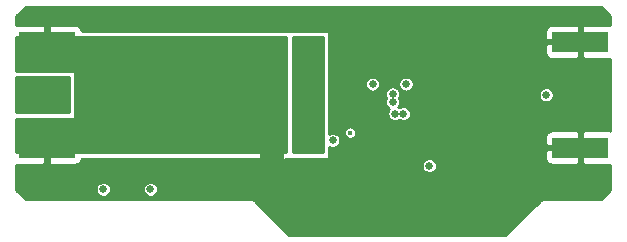
<source format=gbr>
G04 #@! TF.GenerationSoftware,KiCad,Pcbnew,(5.1.5)-3*
G04 #@! TF.CreationDate,2020-02-28T15:02:10-07:00*
G04 #@! TF.ProjectId,Straightener01,53747261-6967-4687-9465-6e657230312e,rev?*
G04 #@! TF.SameCoordinates,Original*
G04 #@! TF.FileFunction,Copper,L4,Bot*
G04 #@! TF.FilePolarity,Positive*
%FSLAX46Y46*%
G04 Gerber Fmt 4.6, Leading zero omitted, Abs format (unit mm)*
G04 Created by KiCad (PCBNEW (5.1.5)-3) date 2020-02-28 15:02:10*
%MOMM*%
%LPD*%
G04 APERTURE LIST*
%ADD10C,0.100000*%
%ADD11R,4.720000X1.670000*%
%ADD12C,0.635000*%
%ADD13C,0.406400*%
%ADD14C,2.000000*%
%ADD15C,0.600000*%
%ADD16C,0.254000*%
G04 APERTURE END LIST*
G04 #@! TA.AperFunction,SMDPad,CuDef*
D10*
G36*
X111074504Y-100001204D02*
G01*
X111098773Y-100004804D01*
X111122571Y-100010765D01*
X111145671Y-100019030D01*
X111167849Y-100029520D01*
X111188893Y-100042133D01*
X111208598Y-100056747D01*
X111226777Y-100073223D01*
X111243253Y-100091402D01*
X111257867Y-100111107D01*
X111270480Y-100132151D01*
X111280970Y-100154329D01*
X111289235Y-100177429D01*
X111295196Y-100201227D01*
X111298796Y-100225496D01*
X111300000Y-100250000D01*
X111300000Y-101350000D01*
X111298796Y-101374504D01*
X111295196Y-101398773D01*
X111289235Y-101422571D01*
X111280970Y-101445671D01*
X111270480Y-101467849D01*
X111257867Y-101488893D01*
X111243253Y-101508598D01*
X111226777Y-101526777D01*
X111208598Y-101543253D01*
X111188893Y-101557867D01*
X111167849Y-101570480D01*
X111145671Y-101580970D01*
X111122571Y-101589235D01*
X111098773Y-101595196D01*
X111074504Y-101598796D01*
X111050000Y-101600000D01*
X108550000Y-101600000D01*
X108525496Y-101598796D01*
X108501227Y-101595196D01*
X108477429Y-101589235D01*
X108454329Y-101580970D01*
X108432151Y-101570480D01*
X108411107Y-101557867D01*
X108391402Y-101543253D01*
X108373223Y-101526777D01*
X108356747Y-101508598D01*
X108342133Y-101488893D01*
X108329520Y-101467849D01*
X108319030Y-101445671D01*
X108310765Y-101422571D01*
X108304804Y-101398773D01*
X108301204Y-101374504D01*
X108300000Y-101350000D01*
X108300000Y-100250000D01*
X108301204Y-100225496D01*
X108304804Y-100201227D01*
X108310765Y-100177429D01*
X108319030Y-100154329D01*
X108329520Y-100132151D01*
X108342133Y-100111107D01*
X108356747Y-100091402D01*
X108373223Y-100073223D01*
X108391402Y-100056747D01*
X108411107Y-100042133D01*
X108432151Y-100029520D01*
X108454329Y-100019030D01*
X108477429Y-100010765D01*
X108501227Y-100004804D01*
X108525496Y-100001204D01*
X108550000Y-100000000D01*
X111050000Y-100000000D01*
X111074504Y-100001204D01*
G37*
G04 #@! TD.AperFunction*
G04 #@! TA.AperFunction,SMDPad,CuDef*
G36*
X106674504Y-100001204D02*
G01*
X106698773Y-100004804D01*
X106722571Y-100010765D01*
X106745671Y-100019030D01*
X106767849Y-100029520D01*
X106788893Y-100042133D01*
X106808598Y-100056747D01*
X106826777Y-100073223D01*
X106843253Y-100091402D01*
X106857867Y-100111107D01*
X106870480Y-100132151D01*
X106880970Y-100154329D01*
X106889235Y-100177429D01*
X106895196Y-100201227D01*
X106898796Y-100225496D01*
X106900000Y-100250000D01*
X106900000Y-101350000D01*
X106898796Y-101374504D01*
X106895196Y-101398773D01*
X106889235Y-101422571D01*
X106880970Y-101445671D01*
X106870480Y-101467849D01*
X106857867Y-101488893D01*
X106843253Y-101508598D01*
X106826777Y-101526777D01*
X106808598Y-101543253D01*
X106788893Y-101557867D01*
X106767849Y-101570480D01*
X106745671Y-101580970D01*
X106722571Y-101589235D01*
X106698773Y-101595196D01*
X106674504Y-101598796D01*
X106650000Y-101600000D01*
X104150000Y-101600000D01*
X104125496Y-101598796D01*
X104101227Y-101595196D01*
X104077429Y-101589235D01*
X104054329Y-101580970D01*
X104032151Y-101570480D01*
X104011107Y-101557867D01*
X103991402Y-101543253D01*
X103973223Y-101526777D01*
X103956747Y-101508598D01*
X103942133Y-101488893D01*
X103929520Y-101467849D01*
X103919030Y-101445671D01*
X103910765Y-101422571D01*
X103904804Y-101398773D01*
X103901204Y-101374504D01*
X103900000Y-101350000D01*
X103900000Y-100250000D01*
X103901204Y-100225496D01*
X103904804Y-100201227D01*
X103910765Y-100177429D01*
X103919030Y-100154329D01*
X103929520Y-100132151D01*
X103942133Y-100111107D01*
X103956747Y-100091402D01*
X103973223Y-100073223D01*
X103991402Y-100056747D01*
X104011107Y-100042133D01*
X104032151Y-100029520D01*
X104054329Y-100019030D01*
X104077429Y-100010765D01*
X104101227Y-100004804D01*
X104125496Y-100001204D01*
X104150000Y-100000000D01*
X106650000Y-100000000D01*
X106674504Y-100001204D01*
G37*
G04 #@! TD.AperFunction*
G04 #@! TA.AperFunction,SMDPad,CuDef*
G36*
X127474504Y-104026204D02*
G01*
X127498773Y-104029804D01*
X127522571Y-104035765D01*
X127545671Y-104044030D01*
X127567849Y-104054520D01*
X127588893Y-104067133D01*
X127608598Y-104081747D01*
X127626777Y-104098223D01*
X127643253Y-104116402D01*
X127657867Y-104136107D01*
X127670480Y-104157151D01*
X127680970Y-104179329D01*
X127689235Y-104202429D01*
X127695196Y-104226227D01*
X127698796Y-104250496D01*
X127700000Y-104275000D01*
X127700000Y-105525000D01*
X127698796Y-105549504D01*
X127695196Y-105573773D01*
X127689235Y-105597571D01*
X127680970Y-105620671D01*
X127670480Y-105642849D01*
X127657867Y-105663893D01*
X127643253Y-105683598D01*
X127626777Y-105701777D01*
X127608598Y-105718253D01*
X127588893Y-105732867D01*
X127567849Y-105745480D01*
X127545671Y-105755970D01*
X127522571Y-105764235D01*
X127498773Y-105770196D01*
X127474504Y-105773796D01*
X127450000Y-105775000D01*
X126525000Y-105775000D01*
X126500496Y-105773796D01*
X126476227Y-105770196D01*
X126452429Y-105764235D01*
X126429329Y-105755970D01*
X126407151Y-105745480D01*
X126386107Y-105732867D01*
X126366402Y-105718253D01*
X126348223Y-105701777D01*
X126331747Y-105683598D01*
X126317133Y-105663893D01*
X126304520Y-105642849D01*
X126294030Y-105620671D01*
X126285765Y-105597571D01*
X126279804Y-105573773D01*
X126276204Y-105549504D01*
X126275000Y-105525000D01*
X126275000Y-104275000D01*
X126276204Y-104250496D01*
X126279804Y-104226227D01*
X126285765Y-104202429D01*
X126294030Y-104179329D01*
X126304520Y-104157151D01*
X126317133Y-104136107D01*
X126331747Y-104116402D01*
X126348223Y-104098223D01*
X126366402Y-104081747D01*
X126386107Y-104067133D01*
X126407151Y-104054520D01*
X126429329Y-104044030D01*
X126452429Y-104035765D01*
X126476227Y-104029804D01*
X126500496Y-104026204D01*
X126525000Y-104025000D01*
X127450000Y-104025000D01*
X127474504Y-104026204D01*
G37*
G04 #@! TD.AperFunction*
G04 #@! TA.AperFunction,SMDPad,CuDef*
G36*
X124499504Y-104026204D02*
G01*
X124523773Y-104029804D01*
X124547571Y-104035765D01*
X124570671Y-104044030D01*
X124592849Y-104054520D01*
X124613893Y-104067133D01*
X124633598Y-104081747D01*
X124651777Y-104098223D01*
X124668253Y-104116402D01*
X124682867Y-104136107D01*
X124695480Y-104157151D01*
X124705970Y-104179329D01*
X124714235Y-104202429D01*
X124720196Y-104226227D01*
X124723796Y-104250496D01*
X124725000Y-104275000D01*
X124725000Y-105525000D01*
X124723796Y-105549504D01*
X124720196Y-105573773D01*
X124714235Y-105597571D01*
X124705970Y-105620671D01*
X124695480Y-105642849D01*
X124682867Y-105663893D01*
X124668253Y-105683598D01*
X124651777Y-105701777D01*
X124633598Y-105718253D01*
X124613893Y-105732867D01*
X124592849Y-105745480D01*
X124570671Y-105755970D01*
X124547571Y-105764235D01*
X124523773Y-105770196D01*
X124499504Y-105773796D01*
X124475000Y-105775000D01*
X123550000Y-105775000D01*
X123525496Y-105773796D01*
X123501227Y-105770196D01*
X123477429Y-105764235D01*
X123454329Y-105755970D01*
X123432151Y-105745480D01*
X123411107Y-105732867D01*
X123391402Y-105718253D01*
X123373223Y-105701777D01*
X123356747Y-105683598D01*
X123342133Y-105663893D01*
X123329520Y-105642849D01*
X123319030Y-105620671D01*
X123310765Y-105597571D01*
X123304804Y-105573773D01*
X123301204Y-105549504D01*
X123300000Y-105525000D01*
X123300000Y-104275000D01*
X123301204Y-104250496D01*
X123304804Y-104226227D01*
X123310765Y-104202429D01*
X123319030Y-104179329D01*
X123329520Y-104157151D01*
X123342133Y-104136107D01*
X123356747Y-104116402D01*
X123373223Y-104098223D01*
X123391402Y-104081747D01*
X123411107Y-104067133D01*
X123432151Y-104054520D01*
X123454329Y-104044030D01*
X123477429Y-104035765D01*
X123501227Y-104029804D01*
X123525496Y-104026204D01*
X123550000Y-104025000D01*
X124475000Y-104025000D01*
X124499504Y-104026204D01*
G37*
G04 #@! TD.AperFunction*
D11*
X104900000Y-105275000D03*
X104900000Y-96325000D03*
X150100000Y-105275000D03*
X150100000Y-96325000D03*
D12*
X109700000Y-108800000D03*
X103000000Y-99800000D03*
X103800000Y-99800000D03*
X103000000Y-101800000D03*
X103800000Y-101800000D03*
X127900000Y-104900000D03*
X127900000Y-102887500D03*
X127900000Y-100875000D03*
X127900000Y-98862500D03*
X127900000Y-96850000D03*
X131533000Y-108694000D03*
X134173000Y-112077000D03*
X134173000Y-109537000D03*
X132803000Y-109537000D03*
X126164000Y-112077000D03*
X130136000Y-112077000D03*
X127434000Y-112077000D03*
X128704000Y-109537000D03*
X135516000Y-109537000D03*
X128704000Y-112077000D03*
X127434000Y-108140000D03*
X131533000Y-109537000D03*
X128704000Y-110807000D03*
X130136000Y-110807000D03*
X128704000Y-108140000D03*
X130136000Y-109537000D03*
X132803000Y-112077000D03*
X127434000Y-110807000D03*
X127434000Y-109537000D03*
X126164000Y-109537000D03*
X131533000Y-110807000D03*
X126164000Y-108140000D03*
X130136000Y-108567000D03*
X132803000Y-110807000D03*
X134173000Y-110807000D03*
X131533000Y-112077000D03*
X136859000Y-109410000D03*
X143082000Y-106997000D03*
X140478500Y-108330500D03*
X138129000Y-110807000D03*
X138129000Y-109537000D03*
X141812000Y-105600000D03*
X140542000Y-112077000D03*
X126164000Y-110807000D03*
X140542000Y-110807000D03*
X143082000Y-108267000D03*
X139272000Y-110807000D03*
X143082000Y-105600000D03*
X139208500Y-108330500D03*
X141875500Y-108203500D03*
X135643000Y-112077000D03*
X143082000Y-109410000D03*
X140542000Y-109537000D03*
X135643000Y-110807000D03*
X141812000Y-104457000D03*
X141939000Y-112077000D03*
X141875500Y-106933500D03*
X141939000Y-109410000D03*
X141939000Y-110807000D03*
X133438000Y-109075000D03*
X143082000Y-110807000D03*
X140478500Y-106933500D03*
X139208500Y-106933500D03*
X143082000Y-112077000D03*
X138129000Y-108394000D03*
X136173200Y-108089200D03*
X138129000Y-112077000D03*
X138357600Y-106565200D03*
X136859000Y-108394000D03*
X139272000Y-109537000D03*
X136986000Y-110807000D03*
X136986000Y-112077000D03*
X139272000Y-112077000D03*
X132400000Y-106200000D03*
X133500000Y-106200000D03*
X133500000Y-107400000D03*
X132600000Y-102540000D03*
X133400000Y-102530000D03*
X133400000Y-104800000D03*
X132602000Y-104800000D03*
X133400000Y-103999000D03*
X132602000Y-103999000D03*
X133400000Y-103199000D03*
X132600000Y-103200000D03*
X147200000Y-100800000D03*
X134400000Y-102400000D03*
X135100000Y-102400000D03*
X134200000Y-100730000D03*
X134200000Y-101400000D03*
X137300000Y-106800000D03*
X135340000Y-99900000D03*
D13*
X130606800Y-104000000D03*
D12*
X113700000Y-108800000D03*
X129140000Y-104650000D03*
X132500000Y-99900000D03*
D14*
X124012500Y-104900000D02*
X124012500Y-106452500D01*
D15*
X104900000Y-96325000D02*
X104900000Y-94750000D01*
X104900000Y-105275000D02*
X104900000Y-106730000D01*
D16*
G36*
X152648000Y-94145803D02*
G01*
X152648000Y-94883456D01*
X152584482Y-94864188D01*
X152460000Y-94851928D01*
X150385750Y-94855000D01*
X150227000Y-95013750D01*
X150227000Y-96198000D01*
X150247000Y-96198000D01*
X150247000Y-96452000D01*
X150227000Y-96452000D01*
X150227000Y-97636250D01*
X150385750Y-97795000D01*
X152460000Y-97798072D01*
X152584482Y-97785812D01*
X152648000Y-97766544D01*
X152648001Y-103833456D01*
X152584482Y-103814188D01*
X152460000Y-103801928D01*
X150385750Y-103805000D01*
X150227000Y-103963750D01*
X150227000Y-105148000D01*
X150247000Y-105148000D01*
X150247000Y-105402000D01*
X150227000Y-105402000D01*
X150227000Y-106586250D01*
X150385750Y-106745000D01*
X152460000Y-106748072D01*
X152584482Y-106735812D01*
X152648001Y-106716544D01*
X152648001Y-108854196D01*
X151854198Y-109648000D01*
X146917289Y-109648000D01*
X146900000Y-109646297D01*
X146882711Y-109648000D01*
X146882708Y-109648000D01*
X146830996Y-109653093D01*
X146780086Y-109668536D01*
X146764643Y-109673221D01*
X146703493Y-109705907D01*
X146663325Y-109738871D01*
X146663322Y-109738874D01*
X146649894Y-109749894D01*
X146638874Y-109763322D01*
X143754198Y-112648000D01*
X125445804Y-112648000D01*
X122561135Y-109763333D01*
X122550106Y-109749894D01*
X122496507Y-109705907D01*
X122435356Y-109673221D01*
X122369004Y-109653093D01*
X122317292Y-109648000D01*
X122317289Y-109648000D01*
X122300000Y-109646297D01*
X122282711Y-109648000D01*
X103145803Y-109648000D01*
X102352000Y-108854198D01*
X102352000Y-108736522D01*
X109055500Y-108736522D01*
X109055500Y-108863478D01*
X109080268Y-108987994D01*
X109128852Y-109105285D01*
X109199385Y-109210845D01*
X109289155Y-109300615D01*
X109394715Y-109371148D01*
X109512006Y-109419732D01*
X109636522Y-109444500D01*
X109763478Y-109444500D01*
X109887994Y-109419732D01*
X110005285Y-109371148D01*
X110110845Y-109300615D01*
X110200615Y-109210845D01*
X110271148Y-109105285D01*
X110319732Y-108987994D01*
X110344500Y-108863478D01*
X110344500Y-108736522D01*
X113055500Y-108736522D01*
X113055500Y-108863478D01*
X113080268Y-108987994D01*
X113128852Y-109105285D01*
X113199385Y-109210845D01*
X113289155Y-109300615D01*
X113394715Y-109371148D01*
X113512006Y-109419732D01*
X113636522Y-109444500D01*
X113763478Y-109444500D01*
X113887994Y-109419732D01*
X114005285Y-109371148D01*
X114110845Y-109300615D01*
X114200615Y-109210845D01*
X114271148Y-109105285D01*
X114319732Y-108987994D01*
X114344500Y-108863478D01*
X114344500Y-108736522D01*
X114319732Y-108612006D01*
X114271148Y-108494715D01*
X114200615Y-108389155D01*
X114110845Y-108299385D01*
X114005285Y-108228852D01*
X113887994Y-108180268D01*
X113763478Y-108155500D01*
X113636522Y-108155500D01*
X113512006Y-108180268D01*
X113394715Y-108228852D01*
X113289155Y-108299385D01*
X113199385Y-108389155D01*
X113128852Y-108494715D01*
X113080268Y-108612006D01*
X113055500Y-108736522D01*
X110344500Y-108736522D01*
X110319732Y-108612006D01*
X110271148Y-108494715D01*
X110200615Y-108389155D01*
X110110845Y-108299385D01*
X110005285Y-108228852D01*
X109887994Y-108180268D01*
X109763478Y-108155500D01*
X109636522Y-108155500D01*
X109512006Y-108180268D01*
X109394715Y-108228852D01*
X109289155Y-108299385D01*
X109199385Y-108389155D01*
X109128852Y-108494715D01*
X109080268Y-108612006D01*
X109055500Y-108736522D01*
X102352000Y-108736522D01*
X102352000Y-106716544D01*
X102415518Y-106735812D01*
X102540000Y-106748072D01*
X104614250Y-106745000D01*
X104773000Y-106586250D01*
X104773000Y-106227000D01*
X105027000Y-106227000D01*
X105027000Y-106586250D01*
X105185750Y-106745000D01*
X107260000Y-106748072D01*
X107377273Y-106736522D01*
X136655500Y-106736522D01*
X136655500Y-106863478D01*
X136680268Y-106987994D01*
X136728852Y-107105285D01*
X136799385Y-107210845D01*
X136889155Y-107300615D01*
X136994715Y-107371148D01*
X137112006Y-107419732D01*
X137236522Y-107444500D01*
X137363478Y-107444500D01*
X137487994Y-107419732D01*
X137605285Y-107371148D01*
X137710845Y-107300615D01*
X137800615Y-107210845D01*
X137871148Y-107105285D01*
X137919732Y-106987994D01*
X137944500Y-106863478D01*
X137944500Y-106736522D01*
X137919732Y-106612006D01*
X137871148Y-106494715D01*
X137800615Y-106389155D01*
X137710845Y-106299385D01*
X137605285Y-106228852D01*
X137487994Y-106180268D01*
X137363478Y-106155500D01*
X137236522Y-106155500D01*
X137112006Y-106180268D01*
X136994715Y-106228852D01*
X136889155Y-106299385D01*
X136799385Y-106389155D01*
X136728852Y-106494715D01*
X136680268Y-106612006D01*
X136655500Y-106736522D01*
X107377273Y-106736522D01*
X107384482Y-106735812D01*
X107504180Y-106699502D01*
X107614494Y-106640537D01*
X107711185Y-106561185D01*
X107790537Y-106464494D01*
X107849502Y-106354180D01*
X107885812Y-106234482D01*
X107886549Y-106227000D01*
X122849808Y-106227000D01*
X122945506Y-106305537D01*
X123055820Y-106364502D01*
X123175518Y-106400812D01*
X123300000Y-106413072D01*
X123726750Y-106410000D01*
X123885500Y-106251250D01*
X123885500Y-106227000D01*
X124139500Y-106227000D01*
X124139500Y-106251250D01*
X124298250Y-106410000D01*
X124725000Y-106413072D01*
X124849482Y-106400812D01*
X124969180Y-106364502D01*
X125079494Y-106305537D01*
X125175192Y-106227000D01*
X128700000Y-106227000D01*
X128724776Y-106224560D01*
X128748601Y-106217333D01*
X128770557Y-106205597D01*
X128789803Y-106189803D01*
X128805597Y-106170557D01*
X128817333Y-106148601D01*
X128824560Y-106124776D01*
X128826015Y-106110000D01*
X147101928Y-106110000D01*
X147114188Y-106234482D01*
X147150498Y-106354180D01*
X147209463Y-106464494D01*
X147288815Y-106561185D01*
X147385506Y-106640537D01*
X147495820Y-106699502D01*
X147615518Y-106735812D01*
X147740000Y-106748072D01*
X149814250Y-106745000D01*
X149973000Y-106586250D01*
X149973000Y-105402000D01*
X147263750Y-105402000D01*
X147105000Y-105560750D01*
X147101928Y-106110000D01*
X128826015Y-106110000D01*
X128827000Y-106100000D01*
X128827000Y-105215993D01*
X128834715Y-105221148D01*
X128952006Y-105269732D01*
X129076522Y-105294500D01*
X129203478Y-105294500D01*
X129327994Y-105269732D01*
X129445285Y-105221148D01*
X129550845Y-105150615D01*
X129640615Y-105060845D01*
X129711148Y-104955285D01*
X129759732Y-104837994D01*
X129784500Y-104713478D01*
X129784500Y-104586522D01*
X129759732Y-104462006D01*
X129711148Y-104344715D01*
X129640615Y-104239155D01*
X129550845Y-104149385D01*
X129445285Y-104078852D01*
X129327994Y-104030268D01*
X129203478Y-104005500D01*
X129076522Y-104005500D01*
X128952006Y-104030268D01*
X128834715Y-104078852D01*
X128827000Y-104084007D01*
X128827000Y-103947780D01*
X130076600Y-103947780D01*
X130076600Y-104052220D01*
X130096976Y-104154654D01*
X130136943Y-104251144D01*
X130194967Y-104337983D01*
X130268817Y-104411833D01*
X130355656Y-104469857D01*
X130452146Y-104509824D01*
X130554580Y-104530200D01*
X130659020Y-104530200D01*
X130761454Y-104509824D01*
X130857944Y-104469857D01*
X130902628Y-104440000D01*
X147101928Y-104440000D01*
X147105000Y-104989250D01*
X147263750Y-105148000D01*
X149973000Y-105148000D01*
X149973000Y-103963750D01*
X149814250Y-103805000D01*
X147740000Y-103801928D01*
X147615518Y-103814188D01*
X147495820Y-103850498D01*
X147385506Y-103909463D01*
X147288815Y-103988815D01*
X147209463Y-104085506D01*
X147150498Y-104195820D01*
X147114188Y-104315518D01*
X147101928Y-104440000D01*
X130902628Y-104440000D01*
X130944783Y-104411833D01*
X131018633Y-104337983D01*
X131076657Y-104251144D01*
X131116624Y-104154654D01*
X131137000Y-104052220D01*
X131137000Y-103947780D01*
X131116624Y-103845346D01*
X131076657Y-103748856D01*
X131018633Y-103662017D01*
X130944783Y-103588167D01*
X130857944Y-103530143D01*
X130761454Y-103490176D01*
X130659020Y-103469800D01*
X130554580Y-103469800D01*
X130452146Y-103490176D01*
X130355656Y-103530143D01*
X130268817Y-103588167D01*
X130194967Y-103662017D01*
X130136943Y-103748856D01*
X130096976Y-103845346D01*
X130076600Y-103947780D01*
X128827000Y-103947780D01*
X128827000Y-100666522D01*
X133555500Y-100666522D01*
X133555500Y-100793478D01*
X133580268Y-100917994D01*
X133628852Y-101035285D01*
X133648707Y-101065000D01*
X133628852Y-101094715D01*
X133580268Y-101212006D01*
X133555500Y-101336522D01*
X133555500Y-101463478D01*
X133580268Y-101587994D01*
X133628852Y-101705285D01*
X133699385Y-101810845D01*
X133789155Y-101900615D01*
X133894715Y-101971148D01*
X133910750Y-101977790D01*
X133899385Y-101989155D01*
X133828852Y-102094715D01*
X133780268Y-102212006D01*
X133755500Y-102336522D01*
X133755500Y-102463478D01*
X133780268Y-102587994D01*
X133828852Y-102705285D01*
X133899385Y-102810845D01*
X133989155Y-102900615D01*
X134094715Y-102971148D01*
X134212006Y-103019732D01*
X134336522Y-103044500D01*
X134463478Y-103044500D01*
X134587994Y-103019732D01*
X134705285Y-102971148D01*
X134750000Y-102941270D01*
X134794715Y-102971148D01*
X134912006Y-103019732D01*
X135036522Y-103044500D01*
X135163478Y-103044500D01*
X135287994Y-103019732D01*
X135405285Y-102971148D01*
X135510845Y-102900615D01*
X135600615Y-102810845D01*
X135671148Y-102705285D01*
X135719732Y-102587994D01*
X135744500Y-102463478D01*
X135744500Y-102336522D01*
X135719732Y-102212006D01*
X135671148Y-102094715D01*
X135600615Y-101989155D01*
X135510845Y-101899385D01*
X135405285Y-101828852D01*
X135287994Y-101780268D01*
X135163478Y-101755500D01*
X135036522Y-101755500D01*
X134912006Y-101780268D01*
X134794715Y-101828852D01*
X134750000Y-101858730D01*
X134705285Y-101828852D01*
X134689250Y-101822210D01*
X134700615Y-101810845D01*
X134771148Y-101705285D01*
X134819732Y-101587994D01*
X134844500Y-101463478D01*
X134844500Y-101336522D01*
X134819732Y-101212006D01*
X134771148Y-101094715D01*
X134751293Y-101065000D01*
X134771148Y-101035285D01*
X134819732Y-100917994D01*
X134844500Y-100793478D01*
X134844500Y-100736522D01*
X146555500Y-100736522D01*
X146555500Y-100863478D01*
X146580268Y-100987994D01*
X146628852Y-101105285D01*
X146699385Y-101210845D01*
X146789155Y-101300615D01*
X146894715Y-101371148D01*
X147012006Y-101419732D01*
X147136522Y-101444500D01*
X147263478Y-101444500D01*
X147387994Y-101419732D01*
X147505285Y-101371148D01*
X147610845Y-101300615D01*
X147700615Y-101210845D01*
X147771148Y-101105285D01*
X147819732Y-100987994D01*
X147844500Y-100863478D01*
X147844500Y-100736522D01*
X147819732Y-100612006D01*
X147771148Y-100494715D01*
X147700615Y-100389155D01*
X147610845Y-100299385D01*
X147505285Y-100228852D01*
X147387994Y-100180268D01*
X147263478Y-100155500D01*
X147136522Y-100155500D01*
X147012006Y-100180268D01*
X146894715Y-100228852D01*
X146789155Y-100299385D01*
X146699385Y-100389155D01*
X146628852Y-100494715D01*
X146580268Y-100612006D01*
X146555500Y-100736522D01*
X134844500Y-100736522D01*
X134844500Y-100666522D01*
X134819732Y-100542006D01*
X134771148Y-100424715D01*
X134700615Y-100319155D01*
X134610845Y-100229385D01*
X134505285Y-100158852D01*
X134387994Y-100110268D01*
X134263478Y-100085500D01*
X134136522Y-100085500D01*
X134012006Y-100110268D01*
X133894715Y-100158852D01*
X133789155Y-100229385D01*
X133699385Y-100319155D01*
X133628852Y-100424715D01*
X133580268Y-100542006D01*
X133555500Y-100666522D01*
X128827000Y-100666522D01*
X128827000Y-99836522D01*
X131855500Y-99836522D01*
X131855500Y-99963478D01*
X131880268Y-100087994D01*
X131928852Y-100205285D01*
X131999385Y-100310845D01*
X132089155Y-100400615D01*
X132194715Y-100471148D01*
X132312006Y-100519732D01*
X132436522Y-100544500D01*
X132563478Y-100544500D01*
X132687994Y-100519732D01*
X132805285Y-100471148D01*
X132910845Y-100400615D01*
X133000615Y-100310845D01*
X133071148Y-100205285D01*
X133119732Y-100087994D01*
X133144500Y-99963478D01*
X133144500Y-99836522D01*
X134695500Y-99836522D01*
X134695500Y-99963478D01*
X134720268Y-100087994D01*
X134768852Y-100205285D01*
X134839385Y-100310845D01*
X134929155Y-100400615D01*
X135034715Y-100471148D01*
X135152006Y-100519732D01*
X135276522Y-100544500D01*
X135403478Y-100544500D01*
X135527994Y-100519732D01*
X135645285Y-100471148D01*
X135750845Y-100400615D01*
X135840615Y-100310845D01*
X135911148Y-100205285D01*
X135959732Y-100087994D01*
X135984500Y-99963478D01*
X135984500Y-99836522D01*
X135959732Y-99712006D01*
X135911148Y-99594715D01*
X135840615Y-99489155D01*
X135750845Y-99399385D01*
X135645285Y-99328852D01*
X135527994Y-99280268D01*
X135403478Y-99255500D01*
X135276522Y-99255500D01*
X135152006Y-99280268D01*
X135034715Y-99328852D01*
X134929155Y-99399385D01*
X134839385Y-99489155D01*
X134768852Y-99594715D01*
X134720268Y-99712006D01*
X134695500Y-99836522D01*
X133144500Y-99836522D01*
X133119732Y-99712006D01*
X133071148Y-99594715D01*
X133000615Y-99489155D01*
X132910845Y-99399385D01*
X132805285Y-99328852D01*
X132687994Y-99280268D01*
X132563478Y-99255500D01*
X132436522Y-99255500D01*
X132312006Y-99280268D01*
X132194715Y-99328852D01*
X132089155Y-99399385D01*
X131999385Y-99489155D01*
X131928852Y-99594715D01*
X131880268Y-99712006D01*
X131855500Y-99836522D01*
X128827000Y-99836522D01*
X128827000Y-97160000D01*
X147101928Y-97160000D01*
X147114188Y-97284482D01*
X147150498Y-97404180D01*
X147209463Y-97514494D01*
X147288815Y-97611185D01*
X147385506Y-97690537D01*
X147495820Y-97749502D01*
X147615518Y-97785812D01*
X147740000Y-97798072D01*
X149814250Y-97795000D01*
X149973000Y-97636250D01*
X149973000Y-96452000D01*
X147263750Y-96452000D01*
X147105000Y-96610750D01*
X147101928Y-97160000D01*
X128827000Y-97160000D01*
X128827000Y-95500000D01*
X128826016Y-95490000D01*
X147101928Y-95490000D01*
X147105000Y-96039250D01*
X147263750Y-96198000D01*
X149973000Y-96198000D01*
X149973000Y-95013750D01*
X149814250Y-94855000D01*
X147740000Y-94851928D01*
X147615518Y-94864188D01*
X147495820Y-94900498D01*
X147385506Y-94959463D01*
X147288815Y-95038815D01*
X147209463Y-95135506D01*
X147150498Y-95245820D01*
X147114188Y-95365518D01*
X147101928Y-95490000D01*
X128826016Y-95490000D01*
X128824560Y-95475224D01*
X128817333Y-95451399D01*
X128805597Y-95429443D01*
X128789803Y-95410197D01*
X128770557Y-95394403D01*
X128748601Y-95382667D01*
X128724776Y-95375440D01*
X128700000Y-95373000D01*
X107886549Y-95373000D01*
X107885812Y-95365518D01*
X107849502Y-95245820D01*
X107790537Y-95135506D01*
X107711185Y-95038815D01*
X107614494Y-94959463D01*
X107504180Y-94900498D01*
X107384482Y-94864188D01*
X107260000Y-94851928D01*
X105185750Y-94855000D01*
X105027000Y-95013750D01*
X105027000Y-95373000D01*
X104773000Y-95373000D01*
X104773000Y-95013750D01*
X104614250Y-94855000D01*
X102540000Y-94851928D01*
X102415518Y-94864188D01*
X102352000Y-94883456D01*
X102352000Y-94145802D01*
X103145803Y-93352000D01*
X151854198Y-93352000D01*
X152648000Y-94145803D01*
G37*
X152648000Y-94145803D02*
X152648000Y-94883456D01*
X152584482Y-94864188D01*
X152460000Y-94851928D01*
X150385750Y-94855000D01*
X150227000Y-95013750D01*
X150227000Y-96198000D01*
X150247000Y-96198000D01*
X150247000Y-96452000D01*
X150227000Y-96452000D01*
X150227000Y-97636250D01*
X150385750Y-97795000D01*
X152460000Y-97798072D01*
X152584482Y-97785812D01*
X152648000Y-97766544D01*
X152648001Y-103833456D01*
X152584482Y-103814188D01*
X152460000Y-103801928D01*
X150385750Y-103805000D01*
X150227000Y-103963750D01*
X150227000Y-105148000D01*
X150247000Y-105148000D01*
X150247000Y-105402000D01*
X150227000Y-105402000D01*
X150227000Y-106586250D01*
X150385750Y-106745000D01*
X152460000Y-106748072D01*
X152584482Y-106735812D01*
X152648001Y-106716544D01*
X152648001Y-108854196D01*
X151854198Y-109648000D01*
X146917289Y-109648000D01*
X146900000Y-109646297D01*
X146882711Y-109648000D01*
X146882708Y-109648000D01*
X146830996Y-109653093D01*
X146780086Y-109668536D01*
X146764643Y-109673221D01*
X146703493Y-109705907D01*
X146663325Y-109738871D01*
X146663322Y-109738874D01*
X146649894Y-109749894D01*
X146638874Y-109763322D01*
X143754198Y-112648000D01*
X125445804Y-112648000D01*
X122561135Y-109763333D01*
X122550106Y-109749894D01*
X122496507Y-109705907D01*
X122435356Y-109673221D01*
X122369004Y-109653093D01*
X122317292Y-109648000D01*
X122317289Y-109648000D01*
X122300000Y-109646297D01*
X122282711Y-109648000D01*
X103145803Y-109648000D01*
X102352000Y-108854198D01*
X102352000Y-108736522D01*
X109055500Y-108736522D01*
X109055500Y-108863478D01*
X109080268Y-108987994D01*
X109128852Y-109105285D01*
X109199385Y-109210845D01*
X109289155Y-109300615D01*
X109394715Y-109371148D01*
X109512006Y-109419732D01*
X109636522Y-109444500D01*
X109763478Y-109444500D01*
X109887994Y-109419732D01*
X110005285Y-109371148D01*
X110110845Y-109300615D01*
X110200615Y-109210845D01*
X110271148Y-109105285D01*
X110319732Y-108987994D01*
X110344500Y-108863478D01*
X110344500Y-108736522D01*
X113055500Y-108736522D01*
X113055500Y-108863478D01*
X113080268Y-108987994D01*
X113128852Y-109105285D01*
X113199385Y-109210845D01*
X113289155Y-109300615D01*
X113394715Y-109371148D01*
X113512006Y-109419732D01*
X113636522Y-109444500D01*
X113763478Y-109444500D01*
X113887994Y-109419732D01*
X114005285Y-109371148D01*
X114110845Y-109300615D01*
X114200615Y-109210845D01*
X114271148Y-109105285D01*
X114319732Y-108987994D01*
X114344500Y-108863478D01*
X114344500Y-108736522D01*
X114319732Y-108612006D01*
X114271148Y-108494715D01*
X114200615Y-108389155D01*
X114110845Y-108299385D01*
X114005285Y-108228852D01*
X113887994Y-108180268D01*
X113763478Y-108155500D01*
X113636522Y-108155500D01*
X113512006Y-108180268D01*
X113394715Y-108228852D01*
X113289155Y-108299385D01*
X113199385Y-108389155D01*
X113128852Y-108494715D01*
X113080268Y-108612006D01*
X113055500Y-108736522D01*
X110344500Y-108736522D01*
X110319732Y-108612006D01*
X110271148Y-108494715D01*
X110200615Y-108389155D01*
X110110845Y-108299385D01*
X110005285Y-108228852D01*
X109887994Y-108180268D01*
X109763478Y-108155500D01*
X109636522Y-108155500D01*
X109512006Y-108180268D01*
X109394715Y-108228852D01*
X109289155Y-108299385D01*
X109199385Y-108389155D01*
X109128852Y-108494715D01*
X109080268Y-108612006D01*
X109055500Y-108736522D01*
X102352000Y-108736522D01*
X102352000Y-106716544D01*
X102415518Y-106735812D01*
X102540000Y-106748072D01*
X104614250Y-106745000D01*
X104773000Y-106586250D01*
X104773000Y-106227000D01*
X105027000Y-106227000D01*
X105027000Y-106586250D01*
X105185750Y-106745000D01*
X107260000Y-106748072D01*
X107377273Y-106736522D01*
X136655500Y-106736522D01*
X136655500Y-106863478D01*
X136680268Y-106987994D01*
X136728852Y-107105285D01*
X136799385Y-107210845D01*
X136889155Y-107300615D01*
X136994715Y-107371148D01*
X137112006Y-107419732D01*
X137236522Y-107444500D01*
X137363478Y-107444500D01*
X137487994Y-107419732D01*
X137605285Y-107371148D01*
X137710845Y-107300615D01*
X137800615Y-107210845D01*
X137871148Y-107105285D01*
X137919732Y-106987994D01*
X137944500Y-106863478D01*
X137944500Y-106736522D01*
X137919732Y-106612006D01*
X137871148Y-106494715D01*
X137800615Y-106389155D01*
X137710845Y-106299385D01*
X137605285Y-106228852D01*
X137487994Y-106180268D01*
X137363478Y-106155500D01*
X137236522Y-106155500D01*
X137112006Y-106180268D01*
X136994715Y-106228852D01*
X136889155Y-106299385D01*
X136799385Y-106389155D01*
X136728852Y-106494715D01*
X136680268Y-106612006D01*
X136655500Y-106736522D01*
X107377273Y-106736522D01*
X107384482Y-106735812D01*
X107504180Y-106699502D01*
X107614494Y-106640537D01*
X107711185Y-106561185D01*
X107790537Y-106464494D01*
X107849502Y-106354180D01*
X107885812Y-106234482D01*
X107886549Y-106227000D01*
X122849808Y-106227000D01*
X122945506Y-106305537D01*
X123055820Y-106364502D01*
X123175518Y-106400812D01*
X123300000Y-106413072D01*
X123726750Y-106410000D01*
X123885500Y-106251250D01*
X123885500Y-106227000D01*
X124139500Y-106227000D01*
X124139500Y-106251250D01*
X124298250Y-106410000D01*
X124725000Y-106413072D01*
X124849482Y-106400812D01*
X124969180Y-106364502D01*
X125079494Y-106305537D01*
X125175192Y-106227000D01*
X128700000Y-106227000D01*
X128724776Y-106224560D01*
X128748601Y-106217333D01*
X128770557Y-106205597D01*
X128789803Y-106189803D01*
X128805597Y-106170557D01*
X128817333Y-106148601D01*
X128824560Y-106124776D01*
X128826015Y-106110000D01*
X147101928Y-106110000D01*
X147114188Y-106234482D01*
X147150498Y-106354180D01*
X147209463Y-106464494D01*
X147288815Y-106561185D01*
X147385506Y-106640537D01*
X147495820Y-106699502D01*
X147615518Y-106735812D01*
X147740000Y-106748072D01*
X149814250Y-106745000D01*
X149973000Y-106586250D01*
X149973000Y-105402000D01*
X147263750Y-105402000D01*
X147105000Y-105560750D01*
X147101928Y-106110000D01*
X128826015Y-106110000D01*
X128827000Y-106100000D01*
X128827000Y-105215993D01*
X128834715Y-105221148D01*
X128952006Y-105269732D01*
X129076522Y-105294500D01*
X129203478Y-105294500D01*
X129327994Y-105269732D01*
X129445285Y-105221148D01*
X129550845Y-105150615D01*
X129640615Y-105060845D01*
X129711148Y-104955285D01*
X129759732Y-104837994D01*
X129784500Y-104713478D01*
X129784500Y-104586522D01*
X129759732Y-104462006D01*
X129711148Y-104344715D01*
X129640615Y-104239155D01*
X129550845Y-104149385D01*
X129445285Y-104078852D01*
X129327994Y-104030268D01*
X129203478Y-104005500D01*
X129076522Y-104005500D01*
X128952006Y-104030268D01*
X128834715Y-104078852D01*
X128827000Y-104084007D01*
X128827000Y-103947780D01*
X130076600Y-103947780D01*
X130076600Y-104052220D01*
X130096976Y-104154654D01*
X130136943Y-104251144D01*
X130194967Y-104337983D01*
X130268817Y-104411833D01*
X130355656Y-104469857D01*
X130452146Y-104509824D01*
X130554580Y-104530200D01*
X130659020Y-104530200D01*
X130761454Y-104509824D01*
X130857944Y-104469857D01*
X130902628Y-104440000D01*
X147101928Y-104440000D01*
X147105000Y-104989250D01*
X147263750Y-105148000D01*
X149973000Y-105148000D01*
X149973000Y-103963750D01*
X149814250Y-103805000D01*
X147740000Y-103801928D01*
X147615518Y-103814188D01*
X147495820Y-103850498D01*
X147385506Y-103909463D01*
X147288815Y-103988815D01*
X147209463Y-104085506D01*
X147150498Y-104195820D01*
X147114188Y-104315518D01*
X147101928Y-104440000D01*
X130902628Y-104440000D01*
X130944783Y-104411833D01*
X131018633Y-104337983D01*
X131076657Y-104251144D01*
X131116624Y-104154654D01*
X131137000Y-104052220D01*
X131137000Y-103947780D01*
X131116624Y-103845346D01*
X131076657Y-103748856D01*
X131018633Y-103662017D01*
X130944783Y-103588167D01*
X130857944Y-103530143D01*
X130761454Y-103490176D01*
X130659020Y-103469800D01*
X130554580Y-103469800D01*
X130452146Y-103490176D01*
X130355656Y-103530143D01*
X130268817Y-103588167D01*
X130194967Y-103662017D01*
X130136943Y-103748856D01*
X130096976Y-103845346D01*
X130076600Y-103947780D01*
X128827000Y-103947780D01*
X128827000Y-100666522D01*
X133555500Y-100666522D01*
X133555500Y-100793478D01*
X133580268Y-100917994D01*
X133628852Y-101035285D01*
X133648707Y-101065000D01*
X133628852Y-101094715D01*
X133580268Y-101212006D01*
X133555500Y-101336522D01*
X133555500Y-101463478D01*
X133580268Y-101587994D01*
X133628852Y-101705285D01*
X133699385Y-101810845D01*
X133789155Y-101900615D01*
X133894715Y-101971148D01*
X133910750Y-101977790D01*
X133899385Y-101989155D01*
X133828852Y-102094715D01*
X133780268Y-102212006D01*
X133755500Y-102336522D01*
X133755500Y-102463478D01*
X133780268Y-102587994D01*
X133828852Y-102705285D01*
X133899385Y-102810845D01*
X133989155Y-102900615D01*
X134094715Y-102971148D01*
X134212006Y-103019732D01*
X134336522Y-103044500D01*
X134463478Y-103044500D01*
X134587994Y-103019732D01*
X134705285Y-102971148D01*
X134750000Y-102941270D01*
X134794715Y-102971148D01*
X134912006Y-103019732D01*
X135036522Y-103044500D01*
X135163478Y-103044500D01*
X135287994Y-103019732D01*
X135405285Y-102971148D01*
X135510845Y-102900615D01*
X135600615Y-102810845D01*
X135671148Y-102705285D01*
X135719732Y-102587994D01*
X135744500Y-102463478D01*
X135744500Y-102336522D01*
X135719732Y-102212006D01*
X135671148Y-102094715D01*
X135600615Y-101989155D01*
X135510845Y-101899385D01*
X135405285Y-101828852D01*
X135287994Y-101780268D01*
X135163478Y-101755500D01*
X135036522Y-101755500D01*
X134912006Y-101780268D01*
X134794715Y-101828852D01*
X134750000Y-101858730D01*
X134705285Y-101828852D01*
X134689250Y-101822210D01*
X134700615Y-101810845D01*
X134771148Y-101705285D01*
X134819732Y-101587994D01*
X134844500Y-101463478D01*
X134844500Y-101336522D01*
X134819732Y-101212006D01*
X134771148Y-101094715D01*
X134751293Y-101065000D01*
X134771148Y-101035285D01*
X134819732Y-100917994D01*
X134844500Y-100793478D01*
X134844500Y-100736522D01*
X146555500Y-100736522D01*
X146555500Y-100863478D01*
X146580268Y-100987994D01*
X146628852Y-101105285D01*
X146699385Y-101210845D01*
X146789155Y-101300615D01*
X146894715Y-101371148D01*
X147012006Y-101419732D01*
X147136522Y-101444500D01*
X147263478Y-101444500D01*
X147387994Y-101419732D01*
X147505285Y-101371148D01*
X147610845Y-101300615D01*
X147700615Y-101210845D01*
X147771148Y-101105285D01*
X147819732Y-100987994D01*
X147844500Y-100863478D01*
X147844500Y-100736522D01*
X147819732Y-100612006D01*
X147771148Y-100494715D01*
X147700615Y-100389155D01*
X147610845Y-100299385D01*
X147505285Y-100228852D01*
X147387994Y-100180268D01*
X147263478Y-100155500D01*
X147136522Y-100155500D01*
X147012006Y-100180268D01*
X146894715Y-100228852D01*
X146789155Y-100299385D01*
X146699385Y-100389155D01*
X146628852Y-100494715D01*
X146580268Y-100612006D01*
X146555500Y-100736522D01*
X134844500Y-100736522D01*
X134844500Y-100666522D01*
X134819732Y-100542006D01*
X134771148Y-100424715D01*
X134700615Y-100319155D01*
X134610845Y-100229385D01*
X134505285Y-100158852D01*
X134387994Y-100110268D01*
X134263478Y-100085500D01*
X134136522Y-100085500D01*
X134012006Y-100110268D01*
X133894715Y-100158852D01*
X133789155Y-100229385D01*
X133699385Y-100319155D01*
X133628852Y-100424715D01*
X133580268Y-100542006D01*
X133555500Y-100666522D01*
X128827000Y-100666522D01*
X128827000Y-99836522D01*
X131855500Y-99836522D01*
X131855500Y-99963478D01*
X131880268Y-100087994D01*
X131928852Y-100205285D01*
X131999385Y-100310845D01*
X132089155Y-100400615D01*
X132194715Y-100471148D01*
X132312006Y-100519732D01*
X132436522Y-100544500D01*
X132563478Y-100544500D01*
X132687994Y-100519732D01*
X132805285Y-100471148D01*
X132910845Y-100400615D01*
X133000615Y-100310845D01*
X133071148Y-100205285D01*
X133119732Y-100087994D01*
X133144500Y-99963478D01*
X133144500Y-99836522D01*
X134695500Y-99836522D01*
X134695500Y-99963478D01*
X134720268Y-100087994D01*
X134768852Y-100205285D01*
X134839385Y-100310845D01*
X134929155Y-100400615D01*
X135034715Y-100471148D01*
X135152006Y-100519732D01*
X135276522Y-100544500D01*
X135403478Y-100544500D01*
X135527994Y-100519732D01*
X135645285Y-100471148D01*
X135750845Y-100400615D01*
X135840615Y-100310845D01*
X135911148Y-100205285D01*
X135959732Y-100087994D01*
X135984500Y-99963478D01*
X135984500Y-99836522D01*
X135959732Y-99712006D01*
X135911148Y-99594715D01*
X135840615Y-99489155D01*
X135750845Y-99399385D01*
X135645285Y-99328852D01*
X135527994Y-99280268D01*
X135403478Y-99255500D01*
X135276522Y-99255500D01*
X135152006Y-99280268D01*
X135034715Y-99328852D01*
X134929155Y-99399385D01*
X134839385Y-99489155D01*
X134768852Y-99594715D01*
X134720268Y-99712006D01*
X134695500Y-99836522D01*
X133144500Y-99836522D01*
X133119732Y-99712006D01*
X133071148Y-99594715D01*
X133000615Y-99489155D01*
X132910845Y-99399385D01*
X132805285Y-99328852D01*
X132687994Y-99280268D01*
X132563478Y-99255500D01*
X132436522Y-99255500D01*
X132312006Y-99280268D01*
X132194715Y-99328852D01*
X132089155Y-99399385D01*
X131999385Y-99489155D01*
X131928852Y-99594715D01*
X131880268Y-99712006D01*
X131855500Y-99836522D01*
X128827000Y-99836522D01*
X128827000Y-97160000D01*
X147101928Y-97160000D01*
X147114188Y-97284482D01*
X147150498Y-97404180D01*
X147209463Y-97514494D01*
X147288815Y-97611185D01*
X147385506Y-97690537D01*
X147495820Y-97749502D01*
X147615518Y-97785812D01*
X147740000Y-97798072D01*
X149814250Y-97795000D01*
X149973000Y-97636250D01*
X149973000Y-96452000D01*
X147263750Y-96452000D01*
X147105000Y-96610750D01*
X147101928Y-97160000D01*
X128827000Y-97160000D01*
X128827000Y-95500000D01*
X128826016Y-95490000D01*
X147101928Y-95490000D01*
X147105000Y-96039250D01*
X147263750Y-96198000D01*
X149973000Y-96198000D01*
X149973000Y-95013750D01*
X149814250Y-94855000D01*
X147740000Y-94851928D01*
X147615518Y-94864188D01*
X147495820Y-94900498D01*
X147385506Y-94959463D01*
X147288815Y-95038815D01*
X147209463Y-95135506D01*
X147150498Y-95245820D01*
X147114188Y-95365518D01*
X147101928Y-95490000D01*
X128826016Y-95490000D01*
X128824560Y-95475224D01*
X128817333Y-95451399D01*
X128805597Y-95429443D01*
X128789803Y-95410197D01*
X128770557Y-95394403D01*
X128748601Y-95382667D01*
X128724776Y-95375440D01*
X128700000Y-95373000D01*
X107886549Y-95373000D01*
X107885812Y-95365518D01*
X107849502Y-95245820D01*
X107790537Y-95135506D01*
X107711185Y-95038815D01*
X107614494Y-94959463D01*
X107504180Y-94900498D01*
X107384482Y-94864188D01*
X107260000Y-94851928D01*
X105185750Y-94855000D01*
X105027000Y-95013750D01*
X105027000Y-95373000D01*
X104773000Y-95373000D01*
X104773000Y-95013750D01*
X104614250Y-94855000D01*
X102540000Y-94851928D01*
X102415518Y-94864188D01*
X102352000Y-94883456D01*
X102352000Y-94145802D01*
X103145803Y-93352000D01*
X151854198Y-93352000D01*
X152648000Y-94145803D01*
G36*
X128273000Y-105673000D02*
G01*
X125727000Y-105673000D01*
X125727000Y-95927000D01*
X128273000Y-95927000D01*
X128273000Y-105673000D01*
G37*
X128273000Y-105673000D02*
X125727000Y-105673000D01*
X125727000Y-95927000D01*
X128273000Y-95927000D01*
X128273000Y-105673000D01*
G36*
X125173000Y-105673000D02*
G01*
X102352000Y-105673000D01*
X102352000Y-102827000D01*
X107200000Y-102827000D01*
X107224776Y-102824560D01*
X107248601Y-102817333D01*
X107270557Y-102805597D01*
X107289803Y-102789803D01*
X107305597Y-102770557D01*
X107317333Y-102748601D01*
X107324560Y-102724776D01*
X107327000Y-102700000D01*
X107327000Y-98900000D01*
X107324560Y-98875224D01*
X107317333Y-98851399D01*
X107305597Y-98829443D01*
X107289803Y-98810197D01*
X107270557Y-98794403D01*
X107248601Y-98782667D01*
X107224776Y-98775440D01*
X107200000Y-98773000D01*
X102352000Y-98773000D01*
X102352000Y-95927000D01*
X125173000Y-95927000D01*
X125173000Y-105673000D01*
G37*
X125173000Y-105673000D02*
X102352000Y-105673000D01*
X102352000Y-102827000D01*
X107200000Y-102827000D01*
X107224776Y-102824560D01*
X107248601Y-102817333D01*
X107270557Y-102805597D01*
X107289803Y-102789803D01*
X107305597Y-102770557D01*
X107317333Y-102748601D01*
X107324560Y-102724776D01*
X107327000Y-102700000D01*
X107327000Y-98900000D01*
X107324560Y-98875224D01*
X107317333Y-98851399D01*
X107305597Y-98829443D01*
X107289803Y-98810197D01*
X107270557Y-98794403D01*
X107248601Y-98782667D01*
X107224776Y-98775440D01*
X107200000Y-98773000D01*
X102352000Y-98773000D01*
X102352000Y-95927000D01*
X125173000Y-95927000D01*
X125173000Y-105673000D01*
G36*
X106773000Y-102273000D02*
G01*
X102352000Y-102273000D01*
X102352000Y-99327000D01*
X106773000Y-99327000D01*
X106773000Y-102273000D01*
G37*
X106773000Y-102273000D02*
X102352000Y-102273000D01*
X102352000Y-99327000D01*
X106773000Y-99327000D01*
X106773000Y-102273000D01*
M02*

</source>
